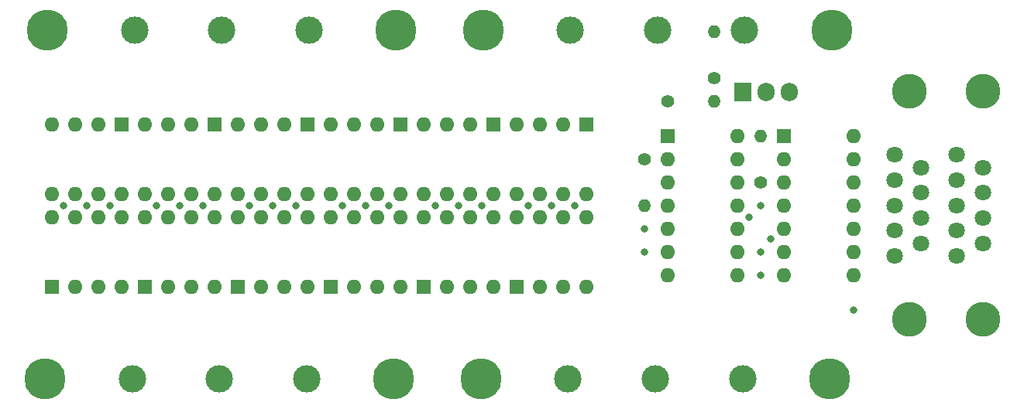
<source format=gbr>
%TF.GenerationSoftware,KiCad,Pcbnew,7.0.5*%
%TF.CreationDate,2024-09-25T18:50:05-04:00*%
%TF.ProjectId,stepper_motor_controller_3_for_cnc,73746570-7065-4725-9f6d-6f746f725f63,rev?*%
%TF.SameCoordinates,Original*%
%TF.FileFunction,Copper,L1,Top*%
%TF.FilePolarity,Positive*%
%FSLAX46Y46*%
G04 Gerber Fmt 4.6, Leading zero omitted, Abs format (unit mm)*
G04 Created by KiCad (PCBNEW 7.0.5) date 2024-09-25 18:50:05*
%MOMM*%
%LPD*%
G01*
G04 APERTURE LIST*
%TA.AperFunction,ComponentPad*%
%ADD10C,1.400000*%
%TD*%
%TA.AperFunction,ComponentPad*%
%ADD11O,1.400000X1.400000*%
%TD*%
%TA.AperFunction,ComponentPad*%
%ADD12C,1.800000*%
%TD*%
%TA.AperFunction,ComponentPad*%
%ADD13C,3.810000*%
%TD*%
%TA.AperFunction,ComponentPad*%
%ADD14R,1.600000X1.600000*%
%TD*%
%TA.AperFunction,ComponentPad*%
%ADD15O,1.600000X1.600000*%
%TD*%
%TA.AperFunction,ComponentPad*%
%ADD16R,1.905000X2.000000*%
%TD*%
%TA.AperFunction,ComponentPad*%
%ADD17O,1.905000X2.000000*%
%TD*%
%TA.AperFunction,ViaPad*%
%ADD18C,3.000000*%
%TD*%
%TA.AperFunction,ViaPad*%
%ADD19C,0.800000*%
%TD*%
%TA.AperFunction,ViaPad*%
%ADD20C,4.500000*%
%TD*%
G04 APERTURE END LIST*
D10*
%TO.P,R37,1*%
%TO.N,+5V*%
X91503800Y45140000D03*
D11*
%TO.P,R37,2*%
%TO.N,Net-(U11-ADJ)*%
X96583800Y45140000D03*
%TD*%
D12*
%TO.P,J2,1A*%
%TO.N,GND*%
X123098800Y28170000D03*
%TO.P,J2,1B*%
X116348800Y28170000D03*
%TO.P,J2,2A*%
X123098800Y30940000D03*
%TO.P,J2,2B*%
X116348800Y30940000D03*
%TO.P,J2,3A*%
X123098800Y33710000D03*
%TO.P,J2,3B*%
X116348800Y33710000D03*
%TO.P,J2,4A*%
%TO.N,VCC*%
X123098800Y36480000D03*
%TO.P,J2,4B*%
X116348800Y36480000D03*
%TO.P,J2,5A*%
%TO.N,+5V*%
X123098800Y39250000D03*
%TO.P,J2,5B*%
X116348800Y39250000D03*
%TO.P,J2,6A*%
%TO.N,/CLOCK_upper*%
X125938800Y29555000D03*
%TO.P,J2,6B*%
X119188800Y29555000D03*
%TO.P,J2,7A*%
%TO.N,/DIRECTION_upper*%
X125938800Y32325000D03*
%TO.P,J2,7B*%
X119188800Y32325000D03*
%TO.P,J2,8A*%
%TO.N,unconnected-(J2-Pad8A)*%
X125938800Y35095000D03*
%TO.P,J2,8B*%
%TO.N,unconnected-(J2-Pad8B)*%
X119188800Y35095000D03*
%TO.P,J2,9A*%
%TO.N,unconnected-(J2-Pad9A)*%
X125938800Y37865000D03*
%TO.P,J2,9B*%
%TO.N,unconnected-(J2-Pad9B)*%
X119188800Y37865000D03*
D13*
%TO.P,J2,MH1*%
%TO.N,N/C*%
X117938800Y21220000D03*
%TO.P,J2,MH2*%
X125938800Y21220000D03*
%TO.P,J2,MH3*%
X117938800Y46200000D03*
%TO.P,J2,MH4*%
X125938800Y46200000D03*
%TD*%
D14*
%TO.P,U24,1,OA*%
%TO.N,Net-(R57-Pad1)*%
X72443800Y42590000D03*
D15*
%TO.P,U24,2,VCC*%
%TO.N,VCC*%
X69903800Y42590000D03*
%TO.P,U24,3,VCC*%
X67363800Y42590000D03*
%TO.P,U24,4,OA*%
%TO.N,Net-(R44-Pad1)*%
X64823800Y42590000D03*
%TO.P,U24,5,GND*%
%TO.N,GND*%
X64823800Y34970000D03*
%TO.P,U24,6,IA*%
%TO.N,/A_logic*%
X67363800Y34970000D03*
%TO.P,U24,7,IB*%
%TO.N,/A_n_logic*%
X69903800Y34970000D03*
%TO.P,U24,8,GND*%
%TO.N,GND*%
X72443800Y34970000D03*
%TD*%
D14*
%TO.P,U27,1,OA*%
%TO.N,Net-(R49-Pad1)*%
X75003800Y24830000D03*
D15*
%TO.P,U27,2,VCC*%
%TO.N,VCC*%
X77543800Y24830000D03*
%TO.P,U27,3,VCC*%
X80083800Y24830000D03*
%TO.P,U27,4,OA*%
%TO.N,Net-(R62-Pad1)*%
X82623800Y24830000D03*
%TO.P,U27,5,GND*%
%TO.N,GND*%
X82623800Y32450000D03*
%TO.P,U27,6,IA*%
%TO.N,/B_logic*%
X80083800Y32450000D03*
%TO.P,U27,7,IB*%
%TO.N,/B_n_logic*%
X77543800Y32450000D03*
%TO.P,U27,8,GND*%
%TO.N,GND*%
X75003800Y32450000D03*
%TD*%
D14*
%TO.P,U26,1,OA*%
%TO.N,Net-(R47-Pad1)*%
X82603800Y42590000D03*
D15*
%TO.P,U26,2,VCC*%
%TO.N,VCC*%
X80063800Y42590000D03*
%TO.P,U26,3,VCC*%
X77523800Y42590000D03*
%TO.P,U26,4,OA*%
%TO.N,Net-(R60-Pad1)*%
X74983800Y42590000D03*
%TO.P,U26,5,GND*%
%TO.N,GND*%
X74983800Y34970000D03*
%TO.P,U26,6,IA*%
%TO.N,/A_logic*%
X77523800Y34970000D03*
%TO.P,U26,7,IB*%
%TO.N,/A_n_logic*%
X80063800Y34970000D03*
%TO.P,U26,8,GND*%
%TO.N,GND*%
X82603800Y34970000D03*
%TD*%
D10*
%TO.P,R38,1*%
%TO.N,Net-(U11-ADJ)*%
X96583800Y47680000D03*
D11*
%TO.P,R38,2*%
%TO.N,GND*%
X96583800Y52760000D03*
%TD*%
D14*
%TO.P,U10,1,OA*%
%TO.N,Net-(R65-Pad1)*%
X54683800Y24830000D03*
D15*
%TO.P,U10,2,VCC*%
%TO.N,VCC*%
X57223800Y24830000D03*
%TO.P,U10,3,VCC*%
X59763800Y24830000D03*
%TO.P,U10,4,OA*%
%TO.N,Net-(R66-Pad1)*%
X62303800Y24830000D03*
%TO.P,U10,5,GND*%
%TO.N,GND*%
X62303800Y32450000D03*
%TO.P,U10,6,IA*%
%TO.N,/B_logic*%
X59763800Y32450000D03*
%TO.P,U10,7,IB*%
%TO.N,/B_n_logic*%
X57223800Y32450000D03*
%TO.P,U10,8,GND*%
%TO.N,GND*%
X54683800Y32450000D03*
%TD*%
D14*
%TO.P,U1,1,~{R}*%
%TO.N,+5V*%
X91503800Y41330000D03*
D15*
%TO.P,U1,2,D*%
%TO.N,Net-(U1A-D)*%
X91503800Y38790000D03*
%TO.P,U1,3,C*%
%TO.N,/CLOCK_upper*%
X91503800Y36250000D03*
%TO.P,U1,4,~{S}*%
%TO.N,+5V*%
X91503800Y33710000D03*
%TO.P,U1,5,Q*%
%TO.N,/A_logic*%
X91503800Y31170000D03*
%TO.P,U1,6,~{Q}*%
%TO.N,/A_n_logic*%
X91503800Y28630000D03*
%TO.P,U1,7,GND*%
%TO.N,GND*%
X91503800Y26090000D03*
%TO.P,U1,8,~{Q}*%
%TO.N,/B_n_logic*%
X99123800Y26090000D03*
%TO.P,U1,9,Q*%
%TO.N,/B_logic*%
X99123800Y28630000D03*
%TO.P,U1,10,~{S}*%
%TO.N,+5V*%
X99123800Y31170000D03*
%TO.P,U1,11,C*%
%TO.N,/CLOCK_upper*%
X99123800Y33710000D03*
%TO.P,U1,12,D*%
%TO.N,Net-(U1B-D)*%
X99123800Y36250000D03*
%TO.P,U1,13,~{R}*%
%TO.N,+5V*%
X99123800Y38790000D03*
%TO.P,U1,14,VCC*%
X99123800Y41330000D03*
%TD*%
D14*
%TO.P,U8,1,OA*%
%TO.N,Net-(R67-Pad1)*%
X44513800Y24820000D03*
D15*
%TO.P,U8,2,VCC*%
%TO.N,VCC*%
X47053800Y24820000D03*
%TO.P,U8,3,VCC*%
X49593800Y24820000D03*
%TO.P,U8,4,OA*%
%TO.N,Net-(R12-Pad1)*%
X52133800Y24820000D03*
%TO.P,U8,5,GND*%
%TO.N,GND*%
X52133800Y32440000D03*
%TO.P,U8,6,IA*%
%TO.N,/B_logic*%
X49593800Y32440000D03*
%TO.P,U8,7,IB*%
%TO.N,/B_n_logic*%
X47053800Y32440000D03*
%TO.P,U8,8,GND*%
%TO.N,GND*%
X44513800Y32440000D03*
%TD*%
D14*
%TO.P,U5,1,OA*%
%TO.N,Net-(R5-Pad1)*%
X41953800Y42590000D03*
D15*
%TO.P,U5,2,VCC*%
%TO.N,VCC*%
X39413800Y42590000D03*
%TO.P,U5,3,VCC*%
X36873800Y42590000D03*
%TO.P,U5,4,OA*%
%TO.N,Net-(R6-Pad1)*%
X34333800Y42590000D03*
%TO.P,U5,5,GND*%
%TO.N,GND*%
X34333800Y34970000D03*
%TO.P,U5,6,IA*%
%TO.N,/A_logic*%
X36873800Y34970000D03*
%TO.P,U5,7,IB*%
%TO.N,/A_n_logic*%
X39413800Y34970000D03*
%TO.P,U5,8,GND*%
%TO.N,GND*%
X41953800Y34970000D03*
%TD*%
D14*
%TO.P,U7,1,OA*%
%TO.N,Net-(R9-Pad1)*%
X52113800Y42590000D03*
D15*
%TO.P,U7,2,VCC*%
%TO.N,VCC*%
X49573800Y42590000D03*
%TO.P,U7,3,VCC*%
X47033800Y42590000D03*
%TO.P,U7,4,OA*%
%TO.N,Net-(R54-Pad1)*%
X44493800Y42590000D03*
%TO.P,U7,5,GND*%
%TO.N,GND*%
X44493800Y34970000D03*
%TO.P,U7,6,IA*%
%TO.N,/A_logic*%
X47033800Y34970000D03*
%TO.P,U7,7,IB*%
%TO.N,/A_n_logic*%
X49573800Y34970000D03*
%TO.P,U7,8,GND*%
%TO.N,GND*%
X52113800Y34970000D03*
%TD*%
D14*
%TO.P,U6,1,OA*%
%TO.N,Net-(R69-Pad1)*%
X34363800Y24830000D03*
D15*
%TO.P,U6,2,VCC*%
%TO.N,VCC*%
X36903800Y24830000D03*
%TO.P,U6,3,VCC*%
X39443800Y24830000D03*
%TO.P,U6,4,OA*%
%TO.N,Net-(R70-Pad1)*%
X41983800Y24830000D03*
%TO.P,U6,5,GND*%
%TO.N,GND*%
X41983800Y32450000D03*
%TO.P,U6,6,IA*%
%TO.N,/B_logic*%
X39443800Y32450000D03*
%TO.P,U6,7,IB*%
%TO.N,/B_n_logic*%
X36903800Y32450000D03*
%TO.P,U6,8,GND*%
%TO.N,GND*%
X34363800Y32450000D03*
%TD*%
D14*
%TO.P,U4,1,OA*%
%TO.N,Net-(R3-Pad1)*%
X24203800Y24830000D03*
D15*
%TO.P,U4,2,VCC*%
%TO.N,VCC*%
X26743800Y24830000D03*
%TO.P,U4,3,VCC*%
X29283800Y24830000D03*
%TO.P,U4,4,OA*%
%TO.N,Net-(R72-Pad1)*%
X31823800Y24830000D03*
%TO.P,U4,5,GND*%
%TO.N,GND*%
X31823800Y32450000D03*
%TO.P,U4,6,IA*%
%TO.N,/B_logic*%
X29283800Y32450000D03*
%TO.P,U4,7,IB*%
%TO.N,/B_n_logic*%
X26743800Y32450000D03*
%TO.P,U4,8,GND*%
%TO.N,GND*%
X24203800Y32450000D03*
%TD*%
D10*
%TO.P,R18,1*%
%TO.N,Net-(U1A-D)*%
X88963800Y38790000D03*
D11*
%TO.P,R18,2*%
%TO.N,+5V*%
X88963800Y33710000D03*
%TD*%
D14*
%TO.P,U3,1*%
%TO.N,/B_n_logic*%
X104203800Y41330000D03*
D15*
%TO.P,U3,2*%
%TO.N,/DIRECTION_upper*%
X104203800Y38790000D03*
%TO.P,U3,3*%
%TO.N,Net-(U1A-D)*%
X104203800Y36250000D03*
%TO.P,U3,4*%
%TO.N,/A_logic*%
X104203800Y33710000D03*
%TO.P,U3,5*%
%TO.N,/DIRECTION_upper*%
X104203800Y31170000D03*
%TO.P,U3,6*%
%TO.N,Net-(U1B-D)*%
X104203800Y28630000D03*
%TO.P,U3,7,GND*%
%TO.N,GND*%
X104203800Y26090000D03*
%TO.P,U3,8*%
%TO.N,N/C*%
X111823800Y26090000D03*
%TO.P,U3,9*%
X111823800Y28630000D03*
%TO.P,U3,10*%
X111823800Y31170000D03*
%TO.P,U3,11*%
X111823800Y33710000D03*
%TO.P,U3,12*%
X111823800Y36250000D03*
%TO.P,U3,13*%
X111823800Y38790000D03*
%TO.P,U3,14,VCC*%
%TO.N,+5V*%
X111823800Y41330000D03*
%TD*%
D14*
%TO.P,U25,1,OA*%
%TO.N,Net-(R63-Pad1)*%
X64843800Y24830000D03*
D15*
%TO.P,U25,2,VCC*%
%TO.N,VCC*%
X67383800Y24830000D03*
%TO.P,U25,3,VCC*%
X69923800Y24830000D03*
%TO.P,U25,4,OA*%
%TO.N,Net-(R46-Pad1)*%
X72463800Y24830000D03*
%TO.P,U25,5,GND*%
%TO.N,GND*%
X72463800Y32450000D03*
%TO.P,U25,6,IA*%
%TO.N,/B_logic*%
X69923800Y32450000D03*
%TO.P,U25,7,IB*%
%TO.N,/B_n_logic*%
X67383800Y32450000D03*
%TO.P,U25,8,GND*%
%TO.N,GND*%
X64843800Y32450000D03*
%TD*%
D10*
%TO.P,R17,1*%
%TO.N,Net-(U1B-D)*%
X101663800Y36250000D03*
D11*
%TO.P,R17,2*%
%TO.N,+5V*%
X101663800Y41330000D03*
%TD*%
D14*
%TO.P,U9,1,OA*%
%TO.N,Net-(R55-Pad1)*%
X62273800Y42590000D03*
D15*
%TO.P,U9,2,VCC*%
%TO.N,VCC*%
X59733800Y42590000D03*
%TO.P,U9,3,VCC*%
X57193800Y42590000D03*
%TO.P,U9,4,OA*%
%TO.N,Net-(R14-Pad1)*%
X54653800Y42590000D03*
%TO.P,U9,5,GND*%
%TO.N,GND*%
X54653800Y34970000D03*
%TO.P,U9,6,IA*%
%TO.N,/A_logic*%
X57193800Y34970000D03*
%TO.P,U9,7,IB*%
%TO.N,/A_n_logic*%
X59733800Y34970000D03*
%TO.P,U9,8,GND*%
%TO.N,GND*%
X62273800Y34970000D03*
%TD*%
D16*
%TO.P,U11,1,ADJ*%
%TO.N,Net-(U11-ADJ)*%
X99758800Y46100000D03*
D17*
%TO.P,U11,2,VO*%
%TO.N,+5V*%
X102298800Y46100000D03*
%TO.P,U11,3,VI*%
%TO.N,VCC*%
X104838800Y46100000D03*
%TD*%
D14*
%TO.P,U2,1,OA*%
%TO.N,Net-(R39-Pad1)*%
X31793800Y42590000D03*
D15*
%TO.P,U2,2,VCC*%
%TO.N,VCC*%
X29253800Y42590000D03*
%TO.P,U2,3,VCC*%
X26713800Y42590000D03*
%TO.P,U2,4,OA*%
%TO.N,Net-(R2-Pad1)*%
X24173800Y42590000D03*
%TO.P,U2,5,GND*%
%TO.N,GND*%
X24173800Y34970000D03*
%TO.P,U2,6,IA*%
%TO.N,/A_logic*%
X26713800Y34970000D03*
%TO.P,U2,7,IB*%
%TO.N,/A_n_logic*%
X29253800Y34970000D03*
%TO.P,U2,8,GND*%
%TO.N,GND*%
X31793800Y34970000D03*
%TD*%
D18*
%TO.N,/A*%
X33233800Y52900000D03*
%TO.N,/B*%
X42753800Y52890000D03*
%TO.N,/C*%
X42513800Y14740000D03*
%TO.N,/D*%
X32993800Y14750000D03*
D19*
%TO.N,Net-(U1B-D)*%
X102756773Y30037357D03*
%TO.N,/A_logic*%
X101663800Y33710000D03*
X88963800Y31170000D03*
%TO.N,/A_n_logic*%
X71183800Y33710000D03*
X88963800Y28630000D03*
X50863800Y33710000D03*
X40703800Y33710000D03*
X81343800Y33710000D03*
X61023800Y33710000D03*
X30543800Y33710000D03*
D18*
%TO.N,GND*%
X52043800Y14740000D03*
D20*
X61813800Y52890000D03*
D18*
X90403800Y52890000D03*
D20*
X109463800Y52890000D03*
X61573800Y14740000D03*
D18*
%TO.N,VCC*%
X99693800Y14740000D03*
D20*
%TO.N,GND*%
X23453800Y14740000D03*
X71343800Y52890000D03*
X71103800Y14740000D03*
D18*
X80873800Y52890000D03*
D20*
X109223800Y14740000D03*
D18*
X90163800Y14740000D03*
X80633800Y14740000D03*
X52283800Y52890000D03*
D20*
X23693800Y52890000D03*
D19*
%TO.N,/B_n_logic*%
X76263800Y33710000D03*
X66103800Y33710000D03*
X55943800Y33710000D03*
X25463800Y33710000D03*
X101663800Y26090000D03*
X35623800Y33710000D03*
X45783800Y33710000D03*
%TO.N,/B_logic*%
X48323800Y33710000D03*
X58483800Y33710000D03*
X78803800Y33710000D03*
X28003800Y33710000D03*
X38163800Y33710000D03*
X68643800Y33710000D03*
X101663800Y28630000D03*
D18*
%TO.N,VCC*%
X99933800Y52890000D03*
D19*
%TO.N,/CLOCK_upper*%
X100393800Y32440000D03*
X111823800Y22280000D03*
%TD*%
M02*

</source>
